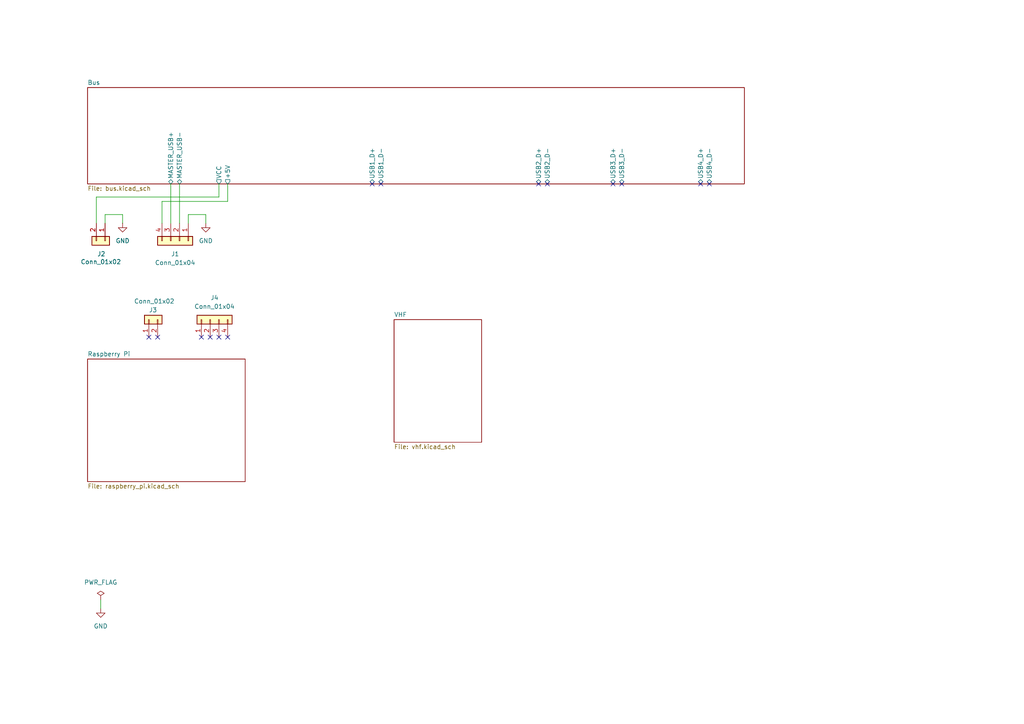
<source format=kicad_sch>
(kicad_sch (version 20231120) (generator "eeschema") (generator_version "8.0")
  (paper "A4")
  (lib_symbols
    (symbol "Connector_Generic:Conn_01x02" (pin_names (offset 1.016) hide)
      (property "Reference" "J" (at 0 2.54 0))
      (property "Value" "Conn_01x02" (at 0 -5.08 0))
      (symbol "Conn_01x02_1_1"
        (rectangle (start -1.27 -2.413) (end 0 -2.667) (stroke (width 0.1524)))
        (rectangle (start -1.27 0.127) (end 0 -0.127) (stroke (width 0.1524)))
        (rectangle (start -1.27 1.27) (end 1.27 -3.81) (stroke (width 0.254)) (fill (type background)))
        (pin passive line (at -5.08 0 0) (length 3.81) (name "Pin_1") (number "1"))
        (pin passive line (at -5.08 -2.54 0) (length 3.81) (name "Pin_2") (number "2"))
      )
    )
    (symbol "Connector_Generic:Conn_01x04" (pin_names (offset 1.016) hide)
      (property "Reference" "J" (at 0 5.08 0))
      (property "Value" "Conn_01x04" (at 0 -7.62 0))
      (symbol "Conn_01x04_1_1"
        (rectangle (start -1.27 -4.953) (end 0 -5.207) (stroke (width 0.1524)))
        (rectangle (start -1.27 -2.413) (end 0 -2.667) (stroke (width 0.1524)))
        (rectangle (start -1.27 0.127) (end 0 -0.127) (stroke (width 0.1524)))
        (rectangle (start -1.27 2.667) (end 0 2.413) (stroke (width 0.1524)))
        (rectangle (start -1.27 3.81) (end 1.27 -6.35) (stroke (width 0.254)) (fill (type background)))
        (pin passive line (at -5.08 2.54 0) (length 3.81) (name "Pin_1") (number "1"))
        (pin passive line (at -5.08 0 0) (length 3.81) (name "Pin_2") (number "2"))
        (pin passive line (at -5.08 -2.54 0) (length 3.81) (name "Pin_3") (number "3"))
        (pin passive line (at -5.08 -5.08 0) (length 3.81) (name "Pin_4") (number "4"))
      )
    )
    (symbol "power:GND" (power) (pin_numbers hide) (pin_names (offset 0) hide)
      (property "Value" "GND" (at 0 -3.81 0))
      (symbol "GND_0_1"
        (polyline (pts (xy 0 0) (xy 0 -1.27) (xy 1.27 -1.27) (xy 0 -2.54) (xy -1.27 -1.27) (xy 0 -1.27)))
      )
      (symbol "GND_1_1"
        (pin power_in line (at 0 0 270) (length 0) (name "~") (number "1"))
      )
    )
    (symbol "power:PWR_FLAG" (power) (pin_numbers hide) (pin_names (offset 0) hide)
      (property "Value" "PWR_FLAG" (at 0 3.81 0))
      (symbol "PWR_FLAG_0_0"
        (pin power_out line (at 0 0 90) (length 0) (name "~") (number "1"))
      )
      (symbol "PWR_FLAG_0_1"
        (polyline (pts (xy 0 0) (xy 0 1.27) (xy -1.016 1.905) (xy 0 2.54) (xy 1.016 1.905) (xy 0 1.27)))
      )
    )
  )
  (no_connect (at 43.18 97.79))
  (no_connect (at 158.75 53.34))
  (no_connect (at 63.5 97.79))
  (no_connect (at 180.34 53.34))
  (no_connect (at 58.42 97.79))
  (no_connect (at 66.04 97.79))
  (no_connect (at 203.2 53.34))
  (no_connect (at 156.21 53.34))
  (no_connect (at 110.49 53.34))
  (no_connect (at 107.95 53.34))
  (no_connect (at 60.96 97.79))
  (no_connect (at 45.72 97.79))
  (no_connect (at 177.8 53.34))
  (no_connect (at 205.74 53.34))
  (wire (pts (xy 27.94 57.15) (xy 27.94 64.77)))
  (wire (pts (xy 63.5 57.15) (xy 27.94 57.15)))
  (wire (pts (xy 30.48 64.77) (xy 30.48 62.23)))
  (wire (pts (xy 66.04 53.34) (xy 66.04 58.42)))
  (wire (pts (xy 63.5 53.34) (xy 63.5 57.15)))
  (wire (pts (xy 59.69 62.23) (xy 59.69 64.77)))
  (wire (pts (xy 66.04 58.42) (xy 46.99 58.42)))
  (wire (pts (xy 54.61 64.77) (xy 54.61 62.23)))
  (wire (pts (xy 29.21 173.99) (xy 29.21 176.53)))
  (wire (pts (xy 54.61 62.23) (xy 59.69 62.23)))
  (wire (pts (xy 30.48 62.23) (xy 35.56 62.23)))
  (wire (pts (xy 49.53 53.34) (xy 49.53 64.77)))
  (wire (pts (xy 46.99 58.42) (xy 46.99 64.77)))
  (wire (pts (xy 52.07 53.34) (xy 52.07 64.77)))
  (wire (pts (xy 35.56 62.23) (xy 35.56 64.77)))
  (symbol (lib_id "power:GND") (at 35.56 64.77 0) (unit 1)
    (property "Reference" "#PWR01" (effects (hide yes)))
    (property "Value" "GND" (at 35.56 69.85 0))
    (property "Description" "Power symbol creates a global label with name \"GND\" , ground" (effects (hide yes)))
  )
  (symbol (lib_id "Connector_Generic:Conn_01x04") (at 52.07 69.85 270) (unit 1)
    (property "Reference" "J1" (at 50.8 73.66 90))
    (property "Value" "Conn_01x04" (at 50.8 76.2 90))
    (property "Footprint" "Connector_PinHeader_2.54mm:PinHeader_1x04_P2.54mm_Vertical" (effects (hide yes)))
    (property "Description" "Generic connector, single row, 01x04, script generated (kicad-library-utils/schlib/autogen/connector/)" (effects (hide yes)))
  )
  (symbol (lib_id "power:PWR_FLAG") (at 29.21 173.99 0) (unit 1)
    (property "Reference" "#FLG01" (effects (hide yes)))
    (property "Value" "PWR_FLAG" (at 29.21 168.91 0))
    (property "Description" "Special symbol for telling ERC where power comes from" (effects (hide yes)))
  )
  (symbol (lib_id "Connector_Generic:Conn_01x02") (at 43.18 92.71 90) (unit 1)
    (property "Reference" "J3" (at 43.18 89.916 90) (effects (justify right)))
    (property "Value" "Conn_01x02" (at 38.862 87.376 90) (effects (justify right)))
    (property "Footprint" "Connector_PinHeader_2.54mm:PinHeader_1x02_P2.54mm_Horizontal" (effects (hide yes)))
    (property "Description" "Generic connector, single row, 01x02, script generated (kicad-library-utils/schlib/autogen/connector/)" (effects (hide yes)))
  )
  (symbol (lib_id "Connector_Generic:Conn_01x02") (at 30.48 69.85 270) (unit 1)
    (property "Reference" "J2" (at 28.194 73.66 90) (effects (justify left)))
    (property "Value" "Conn_01x02" (at 23.368 75.946 90) (effects (justify left)))
    (property "Footprint" "Connector_PinSocket_2.54mm:PinSocket_1x02_P2.54mm_Vertical" (effects (hide yes)))
    (property "Description" "Generic connector, single row, 01x02, script generated (kicad-library-utils/schlib/autogen/connector/)" (effects (hide yes)))
  )
  (symbol (lib_id "Connector_Generic:Conn_01x04") (at 60.96 92.71 90) (unit 1)
    (property "Reference" "J4" (at 62.23 86.36 90))
    (property "Value" "Conn_01x04" (at 62.23 88.9 90))
    (property "Footprint" "Connector_PinHeader_2.54mm:PinHeader_1x04_P2.54mm_Horizontal" (effects (hide yes)))
    (property "Description" "Generic connector, single row, 01x04, script generated (kicad-library-utils/schlib/autogen/connector/)" (effects (hide yes)))
  )
  (symbol (lib_id "power:GND") (at 59.69 64.77 0) (unit 1)
    (property "Reference" "#PWR02" (effects (hide yes)))
    (property "Value" "GND" (at 59.69 69.85 0))
    (property "Description" "Power symbol creates a global label with name \"GND\" , ground" (effects (hide yes)))
  )
  (symbol (lib_id "power:GND") (at 29.21 176.53 0) (unit 1)
    (property "Reference" "#PWR018" (effects (hide yes)))
    (property "Value" "GND" (at 29.21 181.61 0))
    (property "Description" "Power symbol creates a global label with name \"GND\" , ground" (effects (hide yes)))
  )
  (sheet (at 25.4 104.14) (size 45.72 35.56) (stroke (width 0.1524))
    (property "Sheetname" "Raspberry Pi" (at 25.4 103.4284 0) (effects (justify left bottom)))
    (property "Sheetfile" "raspberry_pi.kicad_sch" (at 25.4 140.2846 0) (effects (justify left top)))
  )
  (sheet (at 114.3 92.71) (size 25.4 35.56) (stroke (width 0.1524))
    (property "Sheetname" "VHF" (at 114.3 91.9984 0) (effects (justify left bottom)))
    (property "Sheetfile" "vhf.kicad_sch" (at 114.3 128.8546 0) (effects (justify left top)))
  )
  (sheet (at 25.4 25.4) (size 190.5 27.94) (stroke (width 0.1524))
    (property "Sheetname" "Bus" (at 25.4 24.6884 0) (effects (justify left bottom)))
    (property "Sheetfile" "bus.kicad_sch" (at 25.4 53.9246 0) (effects (justify left top)))
    (pin "VCC" output (at 63.5 53.34 270))
    (pin "+5V" output (at 66.04 53.34 270))
    (pin "MASTER_USB+" bidirectional (at 49.53 53.34 270))
    (pin "MASTER_USB-" bidirectional (at 52.07 53.34 270))
    (pin "USB4_D-" bidirectional (at 205.74 53.34 270))
    (pin "USB4_D+" bidirectional (at 203.2 53.34 270))
    (pin "USB3_D-" bidirectional (at 180.34 53.34 270))
    (pin "USB2_D+" bidirectional (at 156.21 53.34 270))
    (pin "USB1_D-" bidirectional (at 110.49 53.34 270))
    (pin "USB2_D-" bidirectional (at 158.75 53.34 270))
    (pin "USB3_D+" bidirectional (at 177.8 53.34 270))
    (pin "USB1_D+" bidirectional (at 107.95 53.34 270))
  )
)
</source>
